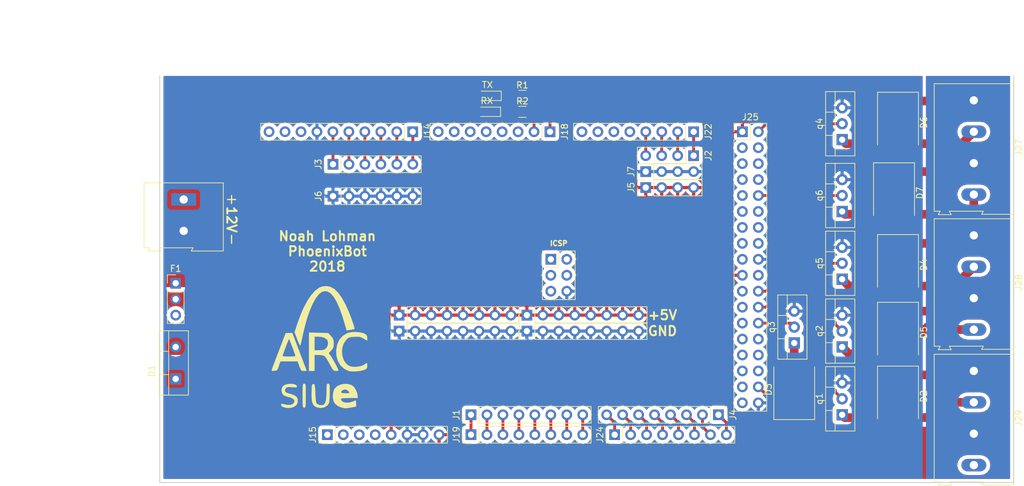
<source format=kicad_pcb>
(kicad_pcb (version 4) (host pcbnew 4.0.7)
  (layers (0 F.Cu signal) (31 B.Cu signal) (34 B.Paste user hide) (35 F.Paste user) (36 B.SilkS user) (37 F.SilkS user) (38 B.Mask user) (39 F.Mask user) (44 Edge.Cuts user))
  (net 0 "")
  (net 1 /Analog_1)
  (net 2 /Analog_2)
  (net 3 /Analog_3)
  (net 4 /Analog_4)
  (net 5 /Analog_5)
  (net 6 /Analog_6)
  (net 7 /Analog_7)
  (net 8 /Analog_8)
  (net 9 +5V)
  (net 10 GND)
  (net 11 "Net-(J15-Pad1)")
  (net 12 "Net-(J22-Pad5)")
  (net 13 "Net-(J22-Pad6)")
  (net 14 "Net-(J22-Pad7)")
  (net 15 "Net-(J22-Pad8)")
  (net 16 /MISO)
  (net 17 /Vcc)
  (net 18 /SCK)
  (net 19 /MOSI)
  (net 20 /Reset)
  (net 21 "Net-(J25-Pad3)")
  (net 22 "Net-(J25-Pad4)")
  (net 23 "Net-(J25-Pad5)")
  (net 24 "Net-(J25-Pad6)")
  (net 25 "Net-(J25-Pad7)")
  (net 26 "Net-(J25-Pad8)")
  (net 27 "Net-(J25-Pad9)")
  (net 28 "Net-(J25-Pad11)")
  (net 29 "Net-(J25-Pad12)")
  (net 30 "Net-(J25-Pad13)")
  (net 31 "Net-(J25-Pad14)")
  (net 32 "Net-(J25-Pad15)")
  (net 33 "Net-(J25-Pad16)")
  (net 34 "Net-(J25-Pad17)")
  (net 35 /Ctrl_1)
  (net 36 /Ctrl_2)
  (net 37 /Ctrl_3)
  (net 38 /Ctrl_4)
  (net 39 /Ctrl_5)
  (net 40 /Ctrl_6)
  (net 41 "Net-(J25-Pad27)")
  (net 42 "Net-(J25-Pad28)")
  (net 43 "Net-(J25-Pad29)")
  (net 44 "Net-(J25-Pad30)")
  (net 45 "Net-(J25-Pad31)")
  (net 46 "Net-(J25-Pad32)")
  (net 47 "Net-(J25-Pad33)")
  (net 48 "Net-(J25-Pad35)")
  (net 49 +12V)
  (net 50 /Drain_5)
  (net 51 /Drain_6)
  (net 52 /Drain_3)
  (net 53 /Drain_4)
  (net 54 /Drain_1)
  (net 55 /Drain_2)
  (net 56 /Encoder_1)
  (net 57 /Encoder_2)
  (net 58 /Encoder_3)
  (net 59 /Encoder_4)
  (net 60 /Servo_1)
  (net 61 /Servo_2)
  (net 62 /Servo_3)
  (net 63 /Servo_4)
  (net 64 /Servo_5)
  (net 65 /Servo_6)
  (net 66 /Analog_16)
  (net 67 /Analog_15)
  (net 68 /Analog_14)
  (net 69 /Analog_13)
  (net 70 /Analog_12)
  (net 71 /Analog_11)
  (net 72 /Analog_10)
  (net 73 /Analog_9)
  (net 74 /SCL)
  (net 75 /IOREF)
  (net 76 +3V3)
  (net 77 /TX)
  (net 78 /RX)
  (net 79 /SDA)
  (net 80 /AREF)
  (net 81 "Net-(D1-Pad2)")
  (net 82 "Net-(F1-Pad1)")
  (net 83 "Net-(D8-Pad1)")
  (net 84 "Net-(D9-Pad1)")
  (net 85 "Net-(J18-Pad3)")
  (net 86 "Net-(J18-Pad4)")
  (net 87 "Net-(J18-Pad5)")
  (net 88 "Net-(J18-Pad6)")
  (net 89 "Net-(J18-Pad7)")
  (net 90 "Net-(J18-Pad8)")
  (module Pin_Headers:Pin_Header_Straight_2x18_Pitch2.54mm (layer F.Cu) (at 204.47 71.12)
    (fp_text reference J25 (at 1.27 -2.33) (layer F.SilkS))
    (fp_text value Digital_Pins)
    (pad 1 thru_hole rect (at 0 0) (size 1.7 1.7) (drill 1) (layers *.Cu *.Mask) (net 9 +5V))
    (pad 2 thru_hole oval (at 2.54 0) (size 1.7 1.7) (drill 1) (layers *.Cu *.Mask) (net 39 /Ctrl_5))
    (pad 3 thru_hole oval (at 0 2.54) (size 1.7 1.7) (drill 1) (layers *.Cu *.Mask) (net 21 "Net-(J25-Pad3)"))
    (pad 4 thru_hole oval (at 2.54 2.54) (size 1.7 1.7) (drill 1) (layers *.Cu *.Mask) (net 22 "Net-(J25-Pad4)"))
    (pad 5 thru_hole oval (at 0 5.08) (size 1.7 1.7) (drill 1) (layers *.Cu *.Mask) (net 23 "Net-(J25-Pad5)"))
    (pad 6 thru_hole oval (at 2.54 5.08) (size 1.7 1.7) (drill 1) (layers *.Cu *.Mask) (net 24 "Net-(J25-Pad6)"))
    (pad 7 thru_hole oval (at 0 7.62) (size 1.7 1.7) (drill 1) (layers *.Cu *.Mask) (net 25 "Net-(J25-Pad7)"))
    (pad 8 thru_hole oval (at 2.54 7.62) (size 1.7 1.7) (drill 1) (layers *.Cu *.Mask) (net 26 "Net-(J25-Pad8)"))
    (pad 9 thru_hole oval (at 0 10.16) (size 1.7 1.7) (drill 1) (layers *.Cu *.Mask) (net 27 "Net-(J25-Pad9)"))
    (pad 10 thru_hole oval (at 2.54 10.16) (size 1.7 1.7) (drill 1) (layers *.Cu *.Mask) (net 40 /Ctrl_6))
    (pad 11 thru_hole oval (at 0 12.7) (size 1.7 1.7) (drill 1) (layers *.Cu *.Mask) (net 28 "Net-(J25-Pad11)"))
    (pad 12 thru_hole oval (at 2.54 12.7) (size 1.7 1.7) (drill 1) (layers *.Cu *.Mask) (net 29 "Net-(J25-Pad12)"))
    (pad 13 thru_hole oval (at 0 15.24) (size 1.7 1.7) (drill 1) (layers *.Cu *.Mask) (net 30 "Net-(J25-Pad13)"))
    (pad 14 thru_hole oval (at 2.54 15.24) (size 1.7 1.7) (drill 1) (layers *.Cu *.Mask) (net 31 "Net-(J25-Pad14)"))
    (pad 15 thru_hole oval (at 0 17.78) (size 1.7 1.7) (drill 1) (layers *.Cu *.Mask) (net 32 "Net-(J25-Pad15)"))
    (pad 16 thru_hole oval (at 2.54 17.78) (size 1.7 1.7) (drill 1) (layers *.Cu *.Mask) (net 33 "Net-(J25-Pad16)"))
    (pad 17 thru_hole oval (at 0 20.32) (size 1.7 1.7) (drill 1) (layers *.Cu *.Mask) (net 34 "Net-(J25-Pad17)"))
    (pad 18 thru_hole oval (at 2.54 20.32) (size 1.7 1.7) (drill 1) (layers *.Cu *.Mask) (net 10 GND))
    (pad 19 thru_hole oval (at 0 22.86) (size 1.7 1.7) (drill 1) (layers *.Cu *.Mask) (net 9 +5V))
    (pad 20 thru_hole oval (at 2.54 22.86) (size 1.7 1.7) (drill 1) (layers *.Cu *.Mask))
    (pad 21 thru_hole oval (at 0 25.4) (size 1.7 1.7) (drill 1) (layers *.Cu *.Mask))
    (pad 22 thru_hole oval (at 2.54 25.4) (size 1.7 1.7) (drill 1) (layers *.Cu *.Mask) (net 37 /Ctrl_3))
    (pad 23 thru_hole oval (at 0 27.94) (size 1.7 1.7) (drill 1) (layers *.Cu *.Mask))
    (pad 24 thru_hole oval (at 2.54 27.94) (size 1.7 1.7) (drill 1) (layers *.Cu *.Mask) (net 38 /Ctrl_4))
    (pad 25 thru_hole oval (at 0 30.48) (size 1.7 1.7) (drill 1) (layers *.Cu *.Mask))
    (pad 26 thru_hole oval (at 2.54 30.48) (size 1.7 1.7) (drill 1) (layers *.Cu *.Mask) (net 36 /Ctrl_2))
    (pad 27 thru_hole oval (at 0 33.02) (size 1.7 1.7) (drill 1) (layers *.Cu *.Mask) (net 41 "Net-(J25-Pad27)"))
    (pad 28 thru_hole oval (at 2.54 33.02) (size 1.7 1.7) (drill 1) (layers *.Cu *.Mask) (net 42 "Net-(J25-Pad28)"))
    (pad 29 thru_hole oval (at 0 35.56) (size 1.7 1.7) (drill 1) (layers *.Cu *.Mask) (net 43 "Net-(J25-Pad29)"))
    (pad 30 thru_hole oval (at 2.54 35.56) (size 1.7 1.7) (drill 1) (layers *.Cu *.Mask) (net 44 "Net-(J25-Pad30)"))
    (pad 31 thru_hole oval (at 0 38.1) (size 1.7 1.7) (drill 1) (layers *.Cu *.Mask) (net 45 "Net-(J25-Pad31)"))
    (pad 32 thru_hole oval (at 2.54 38.1) (size 1.7 1.7) (drill 1) (layers *.Cu *.Mask) (net 46 "Net-(J25-Pad32)"))
    (pad 33 thru_hole oval (at 0 40.64) (size 1.7 1.7) (drill 1) (layers *.Cu *.Mask) (net 47 "Net-(J25-Pad33)"))
    (pad 34 thru_hole oval (at 2.54 40.64) (size 1.7 1.7) (drill 1) (layers *.Cu *.Mask) (net 35 /Ctrl_1))
    (pad 35 thru_hole oval (at 0 43.18) (size 1.7 1.7) (drill 1) (layers *.Cu *.Mask) (net 48 "Net-(J25-Pad35)"))
    (pad 36 thru_hole oval (at 2.54 43.18) (size 1.7 1.7) (drill 1) (layers *.Cu *.Mask) (net 10 GND))
  )
  (module Pin_Headers:Pin_Header_Straight_1x04_Pitch2.54mm (layer F.Cu) (at 196.715 74.93 270)
    (fp_text reference J2 (at 0 -2.33 270) (layer F.SilkS))
    (fp_text value Encoder_Signal)
    (pad 1 thru_hole rect (at 0 0 270) (size 1.7 1.7) (drill 1) (layers *.Cu *.Mask) (net 56 /Encoder_1))
    (pad 2 thru_hole oval (at 0 2.54 270) (size 1.7 1.7) (drill 1) (layers *.Cu *.Mask) (net 57 /Encoder_2))
    (pad 3 thru_hole oval (at 0 5.08 270) (size 1.7 1.7) (drill 1) (layers *.Cu *.Mask) (net 58 /Encoder_3))
    (pad 4 thru_hole oval (at 0 7.62 270) (size 1.7 1.7) (drill 1) (layers *.Cu *.Mask) (net 59 /Encoder_4))
  )
  (module Pin_Headers:Pin_Header_Straight_1x08_Pitch2.54mm (layer F.Cu) (at 196.723 71.12 270)
    (fp_text reference J22 (at 0 -2.33 270) (layer F.SilkS))
    (fp_text value Serial)
    (pad 1 thru_hole rect (at 0 0 270) (size 1.7 1.7) (drill 1) (layers *.Cu *.Mask) (net 56 /Encoder_1))
    (pad 2 thru_hole oval (at 0 2.54 270) (size 1.7 1.7) (drill 1) (layers *.Cu *.Mask) (net 57 /Encoder_2))
    (pad 3 thru_hole oval (at 0 5.08 270) (size 1.7 1.7) (drill 1) (layers *.Cu *.Mask) (net 58 /Encoder_3))
    (pad 4 thru_hole oval (at 0 7.62 270) (size 1.7 1.7) (drill 1) (layers *.Cu *.Mask) (net 59 /Encoder_4))
    (pad 5 thru_hole oval (at 0 10.16 270) (size 1.7 1.7) (drill 1) (layers *.Cu *.Mask) (net 12 "Net-(J22-Pad5)"))
    (pad 6 thru_hole oval (at 0 12.7 270) (size 1.7 1.7) (drill 1) (layers *.Cu *.Mask) (net 13 "Net-(J22-Pad6)"))
    (pad 7 thru_hole oval (at 0 15.24 270) (size 1.7 1.7) (drill 1) (layers *.Cu *.Mask) (net 14 "Net-(J22-Pad7)"))
    (pad 8 thru_hole oval (at 0 17.78 270) (size 1.7 1.7) (drill 1) (layers *.Cu *.Mask) (net 15 "Net-(J22-Pad8)"))
  )
  (module Pin_Headers:Pin_Header_Straight_1x08_Pitch2.54mm (layer F.Cu) (at 200.66 116.205 270)
    (fp_text reference J4 (at 0 -2.33 270) (layer F.SilkS))
    (fp_text value Analog_signal_female)
    (pad 1 thru_hole rect (at 0 0 270) (size 1.7 1.7) (drill 1) (layers *.Cu *.Mask) (net 66 /Analog_16))
    (pad 2 thru_hole oval (at 0 2.54 270) (size 1.7 1.7) (drill 1) (layers *.Cu *.Mask) (net 67 /Analog_15))
    (pad 3 thru_hole oval (at 0 5.08 270) (size 1.7 1.7) (drill 1) (layers *.Cu *.Mask) (net 68 /Analog_14))
    (pad 4 thru_hole oval (at 0 7.62 270) (size 1.7 1.7) (drill 1) (layers *.Cu *.Mask) (net 69 /Analog_13))
    (pad 5 thru_hole oval (at 0 10.16 270) (size 1.7 1.7) (drill 1) (layers *.Cu *.Mask) (net 70 /Analog_12))
    (pad 6 thru_hole oval (at 0 12.7 270) (size 1.7 1.7) (drill 1) (layers *.Cu *.Mask) (net 71 /Analog_11))
    (pad 7 thru_hole oval (at 0 15.24 270) (size 1.7 1.7) (drill 1) (layers *.Cu *.Mask) (net 72 /Analog_10))
    (pad 8 thru_hole oval (at 0 17.78 270) (size 1.7 1.7) (drill 1) (layers *.Cu *.Mask) (net 73 /Analog_9))
  )
  (module Diodes_SMD:D_SMC (layer F.Cu) (at 229.235 69.625 270)
    (fp_text reference D6 (at 0 -4.1 270) (layer F.SilkS))
    (fp_text value D_Schottky)
    (pad 1 smd rect (at -3.4 0) (size 3.3 2.5) (layers F.Cu F.Paste F.Mask) (net 49 +12V))
    (pad 2 smd rect (at 3.4 0) (size 3.3 2.5) (layers F.Cu F.Paste F.Mask) (net 50 /Drain_5))
  )
  (module Pin_Headers:Pin_Header_Straight_1x08_Pitch2.54mm (layer F.Cu) (at 170.18 102.87 90)
    (fp_text reference J21 hide)
    (fp_text value "1x8 Female")
    (pad 1 thru_hole rect (at 0 0 90) (size 1.7 1.7) (drill 1) (layers *.Cu *.Mask) (net 10 GND))
    (pad 2 thru_hole oval (at 0 2.54 90) (size 1.7 1.7) (drill 1) (layers *.Cu *.Mask) (net 10 GND))
    (pad 3 thru_hole oval (at 0 5.08 90) (size 1.7 1.7) (drill 1) (layers *.Cu *.Mask) (net 10 GND))
    (pad 4 thru_hole oval (at 0 7.62 90) (size 1.7 1.7) (drill 1) (layers *.Cu *.Mask) (net 10 GND))
    (pad 5 thru_hole oval (at 0 10.16 90) (size 1.7 1.7) (drill 1) (layers *.Cu *.Mask) (net 10 GND))
    (pad 6 thru_hole oval (at 0 12.7 90) (size 1.7 1.7) (drill 1) (layers *.Cu *.Mask) (net 10 GND))
    (pad 7 thru_hole oval (at 0 15.24 90) (size 1.7 1.7) (drill 1) (layers *.Cu *.Mask) (net 10 GND))
    (pad 8 thru_hole oval (at 0 17.78 90) (size 1.7 1.7) (drill 1) (layers *.Cu *.Mask) (net 10 GND))
  )
  (module Pin_Headers:Pin_Header_Straight_1x06_Pitch2.54mm (layer F.Cu) (at 139.33 76.3 90)
    (fp_text reference J3 (at 0 -2.33 90) (layer F.SilkS))
    (fp_text value Servo_signal)
    (pad 1 thru_hole rect (at 0 0 90) (size 1.7 1.7) (drill 1) (layers *.Cu *.Mask) (net 60 /Servo_1))
    (pad 2 thru_hole oval (at 0 2.54 90) (size 1.7 1.7) (drill 1) (layers *.Cu *.Mask) (net 61 /Servo_2))
    (pad 3 thru_hole oval (at 0 5.08 90) (size 1.7 1.7) (drill 1) (layers *.Cu *.Mask) (net 62 /Servo_3))
    (pad 4 thru_hole oval (at 0 7.62 90) (size 1.7 1.7) (drill 1) (layers *.Cu *.Mask) (net 63 /Servo_4))
    (pad 5 thru_hole oval (at 0 10.16 90) (size 1.7 1.7) (drill 1) (layers *.Cu *.Mask) (net 64 /Servo_5))
    (pad 6 thru_hole oval (at 0 12.7 90) (size 1.7 1.7) (drill 1) (layers *.Cu *.Mask) (net 65 /Servo_6))
  )
  (module Pin_Headers:Pin_Header_Straight_1x06_Pitch2.54mm (layer F.Cu) (at 139.33 81.38 90)
    (fp_text reference J6 (at 0 -2.33 90) (layer F.SilkS))
    (fp_text value Servo_ground)
    (pad 1 thru_hole rect (at 0 0 90) (size 1.7 1.7) (drill 1) (layers *.Cu *.Mask) (net 10 GND))
    (pad 2 thru_hole oval (at 0 2.54 90) (size 1.7 1.7) (drill 1) (layers *.Cu *.Mask) (net 10 GND))
    (pad 3 thru_hole oval (at 0 5.08 90) (size 1.7 1.7) (drill 1) (layers *.Cu *.Mask) (net 10 GND))
    (pad 4 thru_hole oval (at 0 7.62 90) (size 1.7 1.7) (drill 1) (layers *.Cu *.Mask) (net 10 GND))
    (pad 5 thru_hole oval (at 0 10.16 90) (size 1.7 1.7) (drill 1) (layers *.Cu *.Mask) (net 10 GND))
    (pad 6 thru_hole oval (at 0 12.7 90) (size 1.7 1.7) (drill 1) (layers *.Cu *.Mask) (net 10 GND))
  )
  (module Pin_Headers:Pin_Header_Straight_1x08_Pitch2.54mm (layer F.Cu) (at 138.43 119.38 90)
    (fp_text reference J15 (at 0 -2.33 90) (layer F.SilkS))
    (fp_text value "On Board Supply")
    (pad 1 thru_hole rect (at 0 0 90) (size 1.7 1.7) (drill 1) (layers *.Cu *.Mask) (net 11 "Net-(J15-Pad1)"))
    (pad 2 thru_hole oval (at 0 2.54 90) (size 1.7 1.7) (drill 1) (layers *.Cu *.Mask) (net 75 /IOREF))
    (pad 3 thru_hole oval (at 0 5.08 90) (size 1.7 1.7) (drill 1) (layers *.Cu *.Mask) (net 20 /Reset))
    (pad 4 thru_hole oval (at 0 7.62 90) (size 1.7 1.7) (drill 1) (layers *.Cu *.Mask) (net 76 +3V3))
    (pad 5 thru_hole oval (at 0 10.16 90) (size 1.7 1.7) (drill 1) (layers *.Cu *.Mask) (net 9 +5V))
    (pad 6 thru_hole oval (at 0 12.7 90) (size 1.7 1.7) (drill 1) (layers *.Cu *.Mask) (net 10 GND))
    (pad 7 thru_hole oval (at 0 15.24 90) (size 1.7 1.7) (drill 1) (layers *.Cu *.Mask) (net 10 GND))
    (pad 8 thru_hole oval (at 0 17.78 90) (size 1.7 1.7) (drill 1) (layers *.Cu *.Mask) (net 49 +12V))
  )
  (module Pin_Headers:Pin_Header_Straight_1x08_Pitch2.54mm (layer F.Cu) (at 149.86 102.87 90)
    (fp_text reference J16 hide)
    (fp_text value "1x8 Male")
    (pad 1 thru_hole rect (at 0 0 90) (size 1.7 1.7) (drill 1) (layers *.Cu *.Mask) (net 10 GND))
    (pad 2 thru_hole oval (at 0 2.54 90) (size 1.7 1.7) (drill 1) (layers *.Cu *.Mask) (net 10 GND))
    (pad 3 thru_hole oval (at 0 5.08 90) (size 1.7 1.7) (drill 1) (layers *.Cu *.Mask) (net 10 GND))
    (pad 4 thru_hole oval (at 0 7.62 90) (size 1.7 1.7) (drill 1) (layers *.Cu *.Mask) (net 10 GND))
    (pad 5 thru_hole oval (at 0 10.16 90) (size 1.7 1.7) (drill 1) (layers *.Cu *.Mask) (net 10 GND))
    (pad 6 thru_hole oval (at 0 12.7 90) (size 1.7 1.7) (drill 1) (layers *.Cu *.Mask) (net 10 GND))
    (pad 7 thru_hole oval (at 0 15.24 90) (size 1.7 1.7) (drill 1) (layers *.Cu *.Mask) (net 10 GND))
    (pad 8 thru_hole oval (at 0 17.78 90) (size 1.7 1.7) (drill 1) (layers *.Cu *.Mask) (net 10 GND))
  )
  (module Pin_Headers:Pin_Header_Straight_1x08_Pitch2.54mm (layer F.Cu) (at 149.86 100.33 90)
    (fp_text reference J17 hide)
    (fp_text value "1x8 Male")
    (pad 1 thru_hole rect (at 0 0 90) (size 1.7 1.7) (drill 1) (layers *.Cu *.Mask) (net 9 +5V))
    (pad 2 thru_hole oval (at 0 2.54 90) (size 1.7 1.7) (drill 1) (layers *.Cu *.Mask) (net 9 +5V))
    (pad 3 thru_hole oval (at 0 5.08 90) (size 1.7 1.7) (drill 1) (layers *.Cu *.Mask) (net 9 +5V))
    (pad 4 thru_hole oval (at 0 7.62 90) (size 1.7 1.7) (drill 1) (layers *.Cu *.Mask) (net 9 +5V))
    (pad 5 thru_hole oval (at 0 10.16 90) (size 1.7 1.7) (drill 1) (layers *.Cu *.Mask) (net 9 +5V))
    (pad 6 thru_hole oval (at 0 12.7 90) (size 1.7 1.7) (drill 1) (layers *.Cu *.Mask) (net 9 +5V))
    (pad 7 thru_hole oval (at 0 15.24 90) (size 1.7 1.7) (drill 1) (layers *.Cu *.Mask) (net 9 +5V))
    (pad 8 thru_hole oval (at 0 17.78 90) (size 1.7 1.7) (drill 1) (layers *.Cu *.Mask) (net 9 +5V))
  )
  (module Pin_Headers:Pin_Header_Straight_1x08_Pitch2.54mm (layer F.Cu) (at 173.863 71.12 270)
    (fp_text reference J18 (at 0 -2.33 270) (layer F.SilkS))
    (fp_text value "PWM_(6-1)")
    (pad 1 thru_hole rect (at 0 0 270) (size 1.7 1.7) (drill 1) (layers *.Cu *.Mask) (net 77 /TX))
    (pad 2 thru_hole oval (at 0 2.54 270) (size 1.7 1.7) (drill 1) (layers *.Cu *.Mask) (net 78 /RX))
    (pad 3 thru_hole oval (at 0 5.08 270) (size 1.7 1.7) (drill 1) (layers *.Cu *.Mask) (net 85 "Net-(J18-Pad3)"))
    (pad 4 thru_hole oval (at 0 7.62 270) (size 1.7 1.7) (drill 1) (layers *.Cu *.Mask) (net 86 "Net-(J18-Pad4)"))
    (pad 5 thru_hole oval (at 0 10.16 270) (size 1.7 1.7) (drill 1) (layers *.Cu *.Mask) (net 87 "Net-(J18-Pad5)"))
    (pad 6 thru_hole oval (at 0 12.7 270) (size 1.7 1.7) (drill 1) (layers *.Cu *.Mask) (net 88 "Net-(J18-Pad6)"))
    (pad 7 thru_hole oval (at 0 15.24 270) (size 1.7 1.7) (drill 1) (layers *.Cu *.Mask) (net 89 "Net-(J18-Pad7)"))
    (pad 8 thru_hole oval (at 0 17.78 270) (size 1.7 1.7) (drill 1) (layers *.Cu *.Mask) (net 90 "Net-(J18-Pad8)"))
  )
  (module Pin_Headers:Pin_Header_Straight_1x08_Pitch2.54mm (layer F.Cu) (at 161.29 119.38 90)
    (fp_text reference J19 (at 0 -2.33 90) (layer F.SilkS))
    (fp_text value Analog_Pin_1)
    (pad 1 thru_hole rect (at 0 0 90) (size 1.7 1.7) (drill 1) (layers *.Cu *.Mask) (net 1 /Analog_1))
    (pad 2 thru_hole oval (at 0 2.54 90) (size 1.7 1.7) (drill 1) (layers *.Cu *.Mask) (net 2 /Analog_2))
    (pad 3 thru_hole oval (at 0 5.08 90) (size 1.7 1.7) (drill 1) (layers *.Cu *.Mask) (net 3 /Analog_3))
    (pad 4 thru_hole oval (at 0 7.62 90) (size 1.7 1.7) (drill 1) (layers *.Cu *.Mask) (net 4 /Analog_4))
    (pad 5 thru_hole oval (at 0 10.16 90) (size 1.7 1.7) (drill 1) (layers *.Cu *.Mask) (net 5 /Analog_5))
    (pad 6 thru_hole oval (at 0 12.7 90) (size 1.7 1.7) (drill 1) (layers *.Cu *.Mask) (net 6 /Analog_6))
    (pad 7 thru_hole oval (at 0 15.24 90) (size 1.7 1.7) (drill 1) (layers *.Cu *.Mask) (net 7 /Analog_7))
    (pad 8 thru_hole oval (at 0 17.78 90) (size 1.7 1.7) (drill 1) (layers *.Cu *.Mask) (net 8 /Analog_8))
  )
  (module Pin_Headers:Pin_Header_Straight_1x08_Pitch2.54mm (layer F.Cu) (at 170.18 100.33 90)
    (fp_text reference J20 hide)
    (fp_text value "1x8 Female")
    (pad 1 thru_hole rect (at 0 0 90) (size 1.7 1.7) (drill 1) (layers *.Cu *.Mask) (net 9 +5V))
    (pad 2 thru_hole oval (at 0 2.54 90) (size 1.7 1.7) (drill 1) (layers *.Cu *.Mask) (net 9 +5V))
    (pad 3 thru_hole oval (at 0 5.08 90) (size 1.7 1.7) (drill 1) (layers *.Cu *.Mask) (net 9 +5V))
    (pad 4 thru_hole oval (at 0 7.62 90) (size 1.7 1.7) (drill 1) (layers *.Cu *.Mask) (net 9 +5V))
    (pad 5 thru_hole oval (at 0 10.16 90) (size 1.7 1.7) (drill 1) (layers *.Cu *.Mask) (net 9 +5V))
    (pad 6 thru_hole oval (at 0 12.7 90) (size 1.7 1.7) (drill 1) (layers *.Cu *.Mask) (net 9 +5V))
    (pad 7 thru_hole oval (at 0 15.24 90) (size 1.7 1.7) (drill 1) (layers *.Cu *.Mask) (net 9 +5V))
    (pad 8 thru_hole oval (at 0 17.78 90) (size 1.7 1.7) (drill 1) (layers *.Cu *.Mask) (net 9 +5V))
  )
  (module Pin_Headers:Pin_Header_Straight_2x03_Pitch2.54mm (layer F.Cu) (at 173.99 91.44)
    (fp_text reference J23 hide)
    (fp_text value ICSP)
    (pad 1 thru_hole rect (at 0 0) (size 1.7 1.7) (drill 1) (layers *.Cu *.Mask) (net 16 /MISO))
    (pad 2 thru_hole oval (at 2.54 0) (size 1.7 1.7) (drill 1) (layers *.Cu *.Mask) (net 17 /Vcc))
    (pad 3 thru_hole oval (at 0 2.54) (size 1.7 1.7) (drill 1) (layers *.Cu *.Mask) (net 18 /SCK))
    (pad 4 thru_hole oval (at 2.54 2.54) (size 1.7 1.7) (drill 1) (layers *.Cu *.Mask) (net 19 /MOSI))
    (pad 5 thru_hole oval (at 0 5.08) (size 1.7 1.7) (drill 1) (layers *.Cu *.Mask) (net 20 /Reset))
    (pad 6 thru_hole oval (at 2.54 5.08) (size 1.7 1.7) (drill 1) (layers *.Cu *.Mask) (net 10 GND))
  )
  (module Pin_Headers:Pin_Header_Straight_1x08_Pitch2.54mm (layer F.Cu) (at 184.15 119.38 90)
    (fp_text reference J24 (at 0 -2.33 90) (layer F.SilkS))
    (fp_text value Analog_Pin_2)
    (pad 1 thru_hole rect (at 0 0 90) (size 1.7 1.7) (drill 1) (layers *.Cu *.Mask) (net 73 /Analog_9))
    (pad 2 thru_hole oval (at 0 2.54 90) (size 1.7 1.7) (drill 1) (layers *.Cu *.Mask) (net 72 /Analog_10))
    (pad 3 thru_hole oval (at 0 5.08 90) (size 1.7 1.7) (drill 1) (layers *.Cu *.Mask) (net 71 /Analog_11))
    (pad 4 thru_hole oval (at 0 7.62 90) (size 1.7 1.7) (drill 1) (layers *.Cu *.Mask) (net 70 /Analog_12))
    (pad 5 thru_hole oval (at 0 10.16 90) (size 1.7 1.7) (drill 1) (layers *.Cu *.Mask) (net 69 /Analog_13))
    (pad 6 thru_hole oval (at 0 12.7 90) (size 1.7 1.7) (drill 1) (layers *.Cu *.Mask) (net 68 /Analog_14))
    (pad 7 thru_hole oval (at 0 15.24 90) (size 1.7 1.7) (drill 1) (layers *.Cu *.Mask) (net 67 /Analog_15))
    (pad 8 thru_hole oval (at 0 17.78 90) (size 1.7 1.7) (drill 1) (layers *.Cu *.Mask) (net 66 /Analog_16))
  )
  (module Connectors_Terminal_Blocks:TerminalBlock_Altech_AK300-4_P5.00mm (layer F.Cu) (at 241.3 66.12 270)
    (fp_text reference J27 (at 7.5 -7.15 270) (layer F.SilkS))
    (fp_text value Solenoid_terminal)
    (pad 1 thru_hole rect (at 0 0 270) (size 1.98 3.96) (drill 1.32) (layers *.Cu *.Mask) (net 49 +12V))
    (pad 2 thru_hole oval (at 5 0 270) (size 1.98 3.96) (drill 1.32) (layers *.Cu *.Mask) (net 50 /Drain_5))
    (pad 4 thru_hole oval (at 15 0 270) (size 1.98 3.96) (drill 1.32) (layers *.Cu *.Mask) (net 51 /Drain_6))
    (pad 3 thru_hole oval (at 10 0 270) (size 1.98 3.96) (drill 1.32) (layers *.Cu *.Mask) (net 49 +12V))
  )
  (module Connectors_Terminal_Blocks:TerminalBlock_Altech_AK300-4_P5.00mm (layer F.Cu) (at 241.3 87.63 270)
    (fp_text reference J28 (at 7.5 -7.15 270) (layer F.SilkS))
    (fp_text value Solendoid_middle_terminal)
    (pad 1 thru_hole rect (at 0 0 270) (size 1.98 3.96) (drill 1.32) (layers *.Cu *.Mask) (net 49 +12V))
    (pad 2 thru_hole oval (at 5 0 270) (size 1.98 3.96) (drill 1.32) (layers *.Cu *.Mask) (net 52 /Drain_3))
    (pad 4 thru_hole oval (at 15 0 270) (size 1.98 3.96) (drill 1.32) (layers *.Cu *.Mask) (net 53 /Drain_4))
    (pad 3 thru_hole oval (at 10 0 270) (size 1.98 3.96) (drill 1.32) (layers *.Cu *.Mask) (net 49 +12V))
  )
  (module Connectors_Terminal_Blocks:TerminalBlock_Altech_AK300-4_P5.00mm (layer F.Cu) (at 241.3 109.22 270)
    (fp_text reference J29 (at 7.5 -7.15 270) (layer F.SilkS))
    (fp_text value bottom_solenoid_terminal)
    (pad 1 thru_hole rect (at 0 0 270) (size 1.98 3.96) (drill 1.32) (layers *.Cu *.Mask) (net 49 +12V))
    (pad 2 thru_hole oval (at 5 0 270) (size 1.98 3.96) (drill 1.32) (layers *.Cu *.Mask) (net 54 /Drain_1))
    (pad 4 thru_hole oval (at 15 0 270) (size 1.98 3.96) (drill 1.32) (layers *.Cu *.Mask) (net 55 /Drain_2))
    (pad 3 thru_hole oval (at 10 0 270) (size 1.98 3.96) (drill 1.32) (layers *.Cu *.Mask) (net 49 +12V))
  )
  (module TO_SOT_Packages_THT:TO-220-3_Vertical (layer F.Cu) (at 220.345 116.205 90)
    (fp_text reference q1 (at 2.54 -3.62 90) (layer F.SilkS))
    (fp_text value solenoid_1)
    (pad 1 thru_hole rect (at 0 0 90) (size 1.8 1.8) (drill 1) (layers *.Cu *.Mask) (net 54 /Drain_1))
    (pad 2 thru_hole oval (at 2.54 0 90) (size 1.8 1.8) (drill 1) (layers *.Cu *.Mask) (net 35 /Ctrl_1))
    (pad 3 thru_hole oval (at 5.08 0 90) (size 1.8 1.8) (drill 1) (layers *.Cu *.Mask) (net 10 GND))
  )
  (module TO_SOT_Packages_THT:TO-220-3_Vertical (layer F.Cu) (at 220.345 105.41 90)
    (fp_text reference q2 (at 2.54 -3.62 90) (layer F.SilkS))
    (fp_text value solenoid_4)
    (pad 1 thru_hole rect (at 0 0 90) (size 1.8 1.8) (drill 1) (layers *.Cu *.Mask) (net 53 /Drain_4))
    (pad 2 thru_hole oval (at 2.54 0 90) (size 1.8 1.8) (drill 1) (layers *.Cu *.Mask) (net 38 /Ctrl_4))
    (pad 3 thru_hole oval (at 5.08 0 90) (size 1.8 1.8) (drill 1) (layers *.Cu *.Mask) (net 10 GND))
  )
  (module TO_SOT_Packages_THT:TO-220-3_Vertical (layer F.Cu) (at 212.725 104.775 90)
    (fp_text reference q3 (at 2.54 -3.62 90) (layer F.SilkS))
    (fp_text value solenoid_3)
    (pad 1 thru_hole rect (at 0 0 90) (size 1.8 1.8) (drill 1) (layers *.Cu *.Mask) (net 55 /Drain_2))
    (pad 2 thru_hole oval (at 2.54 0 90) (size 1.8 1.8) (drill 1) (layers *.Cu *.Mask) (net 36 /Ctrl_2))
    (pad 3 thru_hole oval (at 5.08 0 90) (size 1.8 1.8) (drill 1) (layers *.Cu *.Mask) (net 10 GND))
  )
  (module TO_SOT_Packages_THT:TO-220-3_Vertical (layer F.Cu) (at 220.345 72.39 90)
    (fp_text reference q4 (at 2.54 -3.62 90) (layer F.SilkS))
    (fp_text value solenoid_5)
    (pad 1 thru_hole rect (at 0 0 90) (size 1.8 1.8) (drill 1) (layers *.Cu *.Mask) (net 50 /Drain_5))
    (pad 2 thru_hole oval (at 2.54 0 90) (size 1.8 1.8) (drill 1) (layers *.Cu *.Mask) (net 39 /Ctrl_5))
    (pad 3 thru_hole oval (at 5.08 0 90) (size 1.8 1.8) (drill 1) (layers *.Cu *.Mask) (net 10 GND))
  )
  (module TO_SOT_Packages_THT:TO-220-3_Vertical (layer F.Cu) (at 220.345 94.615 90)
    (fp_text reference q5 (at 2.54 -3.62 90) (layer F.SilkS))
    (fp_text value solenoid_3)
    (pad 1 thru_hole rect (at 0 0 90) (size 1.8 1.8) (drill 1) (layers *.Cu *.Mask) (net 52 /Drain_3))
    (pad 2 thru_hole oval (at 2.54 0 90) (size 1.8 1.8) (drill 1) (layers *.Cu *.Mask) (net 37 /Ctrl_3))
    (pad 3 thru_hole oval (at 5.08 0 90) (size 1.8 1.8) (drill 1) (layers *.Cu *.Mask) (net 10 GND))
  )
  (module TO_SOT_Packages_THT:TO-220-3_Vertical (layer F.Cu) (at 220.345 83.82 90)
    (fp_text reference q6 (at 2.54 -3.62 90) (layer F.SilkS))
    (fp_text value solenoid_6)
    (pad 1 thru_hole rect (at 0 0 90) (size 1.8 1.8) (drill 1) (layers *.Cu *.Mask) (net 51 /Drain_6))
    (pad 2 thru_hole oval (at 2.54 0 90) (size 1.8 1.8) (drill 1) (layers *.Cu *.Mask) (net 40 /Ctrl_6))
    (pad 3 thru_hole oval (at 5.08 0 90) (size 1.8 1.8) (drill 1) (layers *.Cu *.Mask) (net 10 GND))
  )
  (module Pin_Headers:Pin_Header_Straight_1x10_Pitch2.54mm (layer F.Cu) (at 152.019 71.12 270)
    (fp_text reference J14 (at 0 -2.33 270) (layer F.SilkS))
    (fp_text value "PWN(10-5)")
    (pad 1 thru_hole rect (at 0 0 270) (size 1.7 1.7) (drill 1) (layers *.Cu *.Mask) (net 65 /Servo_6))
    (pad 2 thru_hole oval (at 0 2.54 270) (size 1.7 1.7) (drill 1) (layers *.Cu *.Mask) (net 64 /Servo_5))
    (pad 3 thru_hole oval (at 0 5.08 270) (size 1.7 1.7) (drill 1) (layers *.Cu *.Mask) (net 63 /Servo_4))
    (pad 4 thru_hole oval (at 0 7.62 270) (size 1.7 1.7) (drill 1) (layers *.Cu *.Mask) (net 62 /Servo_3))
    (pad 5 thru_hole oval (at 0 10.16 270) (size 1.7 1.7) (drill 1) (layers *.Cu *.Mask) (net 61 /Servo_2))
    (pad 6 thru_hole oval (at 0 12.7 270) (size 1.7 1.7) (drill 1) (layers *.Cu *.Mask) (net 60 /Servo_1))
    (pad 7 thru_hole oval (at 0 15.24 270) (size 1.7 1.7) (drill 1) (layers *.Cu *.Mask) (net 10 GND))
    (pad 8 thru_hole oval (at 0 17.78 270) (size 1.7 1.7) (drill 1) (layers *.Cu *.Mask) (net 74 /SCL))
    (pad 9 thru_hole oval (at 0 20.32 270) (size 1.7 1.7) (drill 1) (layers *.Cu *.Mask) (net 79 /SDA))
    (pad 10 thru_hole oval (at 0 22.86 270) (size 1.7 1.7) (drill 1) (layers *.Cu *.Mask) (net 80 /AREF))
  )
  (module TO_SOT_Packages_THT:TO-220-2_Vertical (layer F.Cu) (at 114.3 110.49 90)
    (fp_text reference D1 (at 1.27 -3.81 90) (layer F.SilkS))
    (fp_text value D_Schottky)
    (pad 1 thru_hole rect (at 0 0 90) (size 1.8 1.8) (drill 1) (layers *.Cu *.Mask) (net 49 +12V))
    (pad 2 thru_hole oval (at 5.08 0 90) (size 1.8 1.8) (drill 1) (layers *.Cu *.Mask) (net 81 "Net-(D1-Pad2)"))
  )
  (module Diodes_SMD:D_SMC (layer F.Cu) (at 229.235 113.255 270)
    (fp_text reference D2 (at 0 -4.1 270) (layer F.SilkS))
    (fp_text value D_Schottky)
    (pad 1 smd rect (at -3.4 0) (size 3.3 2.5) (layers F.Cu F.Paste F.Mask) (net 49 +12V))
    (pad 2 smd rect (at 3.4 0) (size 3.3 2.5) (layers F.Cu F.Paste F.Mask) (net 54 /Drain_1))
  )
  (module Diodes_SMD:D_SMC (layer F.Cu) (at 212.725 112.17 90)
    (fp_text reference D3 (at 0 -4.1 90) (layer F.SilkS))
    (fp_text value D_Schottky)
    (pad 1 smd rect (at -3.4 0 180) (size 3.3 2.5) (layers F.Cu F.Paste F.Mask) (net 49 +12V))
    (pad 2 smd rect (at 3.4 0 180) (size 3.3 2.5) (layers F.Cu F.Paste F.Mask) (net 55 /Drain_2))
  )
  (module Diodes_SMD:D_SMC (layer F.Cu) (at 229.235 92.3 270)
    (fp_text reference D4 (at 0 -4.1 270) (layer F.SilkS))
    (fp_text value D_Schottky)
    (pad 1 smd rect (at -3.4 0) (size 3.3 2.5) (layers F.Cu F.Paste F.Mask) (net 49 +12V))
    (pad 2 smd rect (at 3.4 0) (size 3.3 2.5) (layers F.Cu F.Paste F.Mask) (net 52 /Drain_3))
  )
  (module Diodes_SMD:D_SMC (layer F.Cu) (at 229.235 103.095 270)
    (fp_text reference D5 (at 0 -4.1 270) (layer F.SilkS))
    (fp_text value D_Schottky)
    (pad 1 smd rect (at -3.4 0) (size 3.3 2.5) (layers F.Cu F.Paste F.Mask) (net 49 +12V))
    (pad 2 smd rect (at 3.4 0) (size 3.3 2.5) (layers F.Cu F.Paste F.Mask) (net 53 /Drain_4))
  )
  (module Diodes_SMD:D_SMC (layer F.Cu) (at 228.6 80.87 270)
    (fp_text reference D7 (at 0 -4.1 270) (layer F.SilkS))
    (fp_text value D_Schottky)
    (pad 1 smd rect (at -3.4 0) (size 3.3 2.5) (layers F.Cu F.Paste F.Mask) (net 49 +12V))
    (pad 2 smd rect (at 3.4 0) (size 3.3 2.5) (layers F.Cu F.Paste F.Mask) (net 51 /Drain_6))
  )
  (module Pin_Headers:Pin_Header_Straight_1x03_Pitch2.54mm (layer F.Cu) (at 114.3 95.25)
    (fp_text reference F1 (at 0 -2.33) (layer F.SilkS))
    (fp_text value Fuse)
    (pad 1 thru_hole rect (at 0 0) (size 1.7 1.7) (drill 1) (layers *.Cu *.Mask) (net 82 "Net-(F1-Pad1)"))
    (pad 2 thru_hole oval (at 0 2.54) (size 1.7 1.7) (drill 1) (layers *.Cu *.Mask) (net 81 "Net-(D1-Pad2)"))
    (pad 3 thru_hole oval (at 0 5.08) (size 1.7 1.7) (drill 1) (layers *.Cu *.Mask))
  )
  (module TerminalBlock:TerminalBlock_Altech_AK300-2_P5.00mm (layer F.Cu) (at 115.57 81.915 270)
    (fp_text reference J8 hide)
    (fp_text value 12V_terminal)
    (pad 1 thru_hole rect (at 0 0 270) (size 1.98 3.96) (drill 1.32) (layers *.Cu *.Mask) (net 82 "Net-(F1-Pad1)"))
    (pad 2 thru_hole oval (at 5 0 270) (size 1.98 3.96) (drill 1.32) (layers *.Cu *.Mask) (net 10 GND))
  )
  (module LEDs:LED_0805_HandSoldering (layer F.Cu) (at 163.81 67.945 180)
    (fp_text reference D8 hide)
    (fp_text value RX (at 0 1.75 180) (layer F.SilkS))
    (pad 1 smd rect (at -1.35 0 180) (size 1.5 1.3) (layers F.Cu F.Paste F.Mask) (net 83 "Net-(D8-Pad1)"))
    (pad 2 smd rect (at 1.35 0 180) (size 1.5 1.3) (layers F.Cu F.Paste F.Mask) (net 9 +5V))
  )
  (module LEDs:LED_0805_HandSoldering (layer F.Cu) (at 163.905 65.405 180)
    (fp_text reference D9 hide)
    (fp_text value TX (at 0 1.75 180) (layer F.SilkS))
    (pad 1 smd rect (at -1.35 0 180) (size 1.5 1.3) (layers F.Cu F.Paste F.Mask) (net 84 "Net-(D9-Pad1)"))
    (pad 2 smd rect (at 1.35 0 180) (size 1.5 1.3) (layers F.Cu F.Paste F.Mask) (net 9 +5V))
  )
  (module Resistors_SMD:R_0805_HandSoldering (layer F.Cu) (at 169.465 65.405)
    (fp_text reference R1 (at 0 -1.7) (layer F.SilkS))
    (fp_text value R)
    (pad 1 smd rect (at -1.35 0) (size 1.5 1.3) (layers F.Cu F.Paste F.Mask) (net 84 "Net-(D9-Pad1)"))
    (pad 2 smd rect (at 1.35 0) (size 1.5 1.3) (layers F.Cu F.Paste F.Mask) (net 77 /TX))
  )
  (module Resistors_SMD:R_0805_HandSoldering (layer F.Cu) (at 169.465 67.945)
    (fp_text reference R2 (at 0 -1.7) (layer F.SilkS))
    (fp_text value R)
    (pad 1 smd rect (at -1.35 0) (size 1.5 1.3) (layers F.Cu F.Paste F.Mask) (net 83 "Net-(D8-Pad1)"))
    (pad 2 smd rect (at 1.35 0) (size 1.5 1.3) (layers F.Cu F.Paste F.Mask) (net 78 /RX))
  )
  (module Pin_Headers:Pin_Header_Straight_1x08_Pitch2.54mm (layer F.Cu) (at 161.29 116.205 90)
    (fp_text reference J1 (at 0 -2.33 90) (layer F.SilkS))
    (fp_text value Analog_signal_male)
    (pad 1 thru_hole rect (at 0 0 90) (size 1.7 1.7) (drill 1) (layers *.Cu *.Mask) (net 1 /Analog_1))
    (pad 2 thru_hole oval (at 0 2.54 90) (size 1.7 1.7) (drill 1) (layers *.Cu *.Mask) (net 2 /Analog_2))
    (pad 3 thru_hole oval (at 0 5.08 90) (size 1.7 1.7) (drill 1) (layers *.Cu *.Mask) (net 3 /Analog_3))
    (pad 4 thru_hole oval (at 0 7.62 90) (size 1.7 1.7) (drill 1) (layers *.Cu *.Mask) (net 4 /Analog_4))
    (pad 5 thru_hole oval (at 0 10.16 90) (size 1.7 1.7) (drill 1) (layers *.Cu *.Mask) (net 5 /Analog_5))
    (pad 6 thru_hole oval (at 0 12.7 90) (size 1.7 1.7) (drill 1) (layers *.Cu *.Mask) (net 6 /Analog_6))
    (pad 7 thru_hole oval (at 0 15.24 90) (size 1.7 1.7) (drill 1) (layers *.Cu *.Mask) (net 7 /Analog_7))
    (pad 8 thru_hole oval (at 0 17.78 90) (size 1.7 1.7) (drill 1) (layers *.Cu *.Mask) (net 8 /Analog_8))
  )
  (module Pin_Headers:Pin_Header_Straight_1x04_Pitch2.54mm (layer F.Cu) (at 189.095 77.47 90)
    (fp_text reference J7 (at 0 -2.33 90) (layer F.SilkS))
    (fp_text value encoder_ground)
    (pad 1 thru_hole rect (at 0 0 90) (size 1.7 1.7) (drill 1) (layers *.Cu *.Mask) (net 10 GND))
    (pad 2 thru_hole oval (at 0 2.54 90) (size 1.7 1.7) (drill 1) (layers *.Cu *.Mask) (net 10 GND))
    (pad 3 thru_hole oval (at 0 5.08 90) (size 1.7 1.7) (drill 1) (layers *.Cu *.Mask) (net 10 GND))
    (pad 4 thru_hole oval (at 0 7.62 90) (size 1.7 1.7) (drill 1) (layers *.Cu *.Mask) (net 10 GND))
  )
  (module Pin_Headers:Pin_Header_Straight_1x04_Pitch2.54mm (layer F.Cu) (at 189.095 80.01 90)
    (fp_text reference J5 (at 0 -2.33 90) (layer F.SilkS))
    (fp_text value encoder_power)
    (pad 1 thru_hole rect (at 0 0 90) (size 1.7 1.7) (drill 1) (layers *.Cu *.Mask) (net 9 +5V))
    (pad 2 thru_hole oval (at 0 2.54 90) (size 1.7 1.7) (drill 1) (layers *.Cu *.Mask) (net 9 +5V))
    (pad 3 thru_hole oval (at 0 5.08 90) (size 1.7 1.7) (drill 1) (layers *.Cu *.Mask) (net 9 +5V))
    (pad 4 thru_hole oval (at 0 7.62 90) (size 1.7 1.7) (drill 1) (layers *.Cu *.Mask) (net 9 +5V))
  )
  (module ARC:arc-silk (layer F.Cu) (at 137.16 105.41)
    (fp_text reference G*** hide)
    (fp_text value LOGO hide)
  )
  (gr_text 12V (at 123.19 85.09 270) (layer F.SilkS) (effects (font (size 1.5 1.5) (thickness 0.3))))
  (gr_line (start 123.19 87.63) (end 123.19 88.9) (layer F.SilkS) (width 0.2))
  (gr_line (start 123.19 81.28) (end 123.19 82.55) (layer F.SilkS) (width 0.2))
  (gr_line (start 122.555 81.915) (end 123.825 81.915) (layer F.SilkS) (width 0.2))
  (gr_text "Noah Lohman\nPhoenixBot\n2018\n" (at 138.43 90.17) (layer F.SilkS) (effects (font (size 1.5 1.5) (thickness 0.3))))
  (gr_text ICSP (at 175.26 88.9) (layer F.SilkS) (effects (font (size 0.8 0.8) (thickness 0.2))))
  (gr_text GND (at 191.77 102.87) (layer F.SilkS) (effects (font (size 1.5 1.5) (thickness 0.3))))
  (gr_text +5V (at 191.77 100.33) (layer F.SilkS) (effects (font (size 1.5 1.5) (thickness 0.3))))
  (gr_line (start 247.65 127) (end 247.65 62.23) (angle 90) (layer Edge.Cuts) (width 0.15))
  (gr_line (start 111.76 127) (end 247.65 127) (angle 90) (layer Edge.Cuts) (width 0.15))
  (gr_line (start 111.76 62.23) (end 111.76 127) (angle 90) (layer Edge.Cuts) (width 0.15))
  (segment (start 161.29 119.38) (end 161.29 116.205) (width 0.4572) (layer F.Cu) (net 1))
  (segment (start 163.83 119.38) (end 163.83 116.205) (width 0.4572) (layer F.Cu) (net 2))
  (segment (start 166.37 119.38) (end 166.37 116.205) (width 0.4572) (layer F.Cu) (net 3))
  (segment (start 168.91 119.38) (end 168.91 116.205) (width 0.4572) (layer F.Cu) (net 4))
  (segment (start 171.45 119.38) (end 171.45 116.205) (width 0.4572) (layer F.Cu) (net 5))
  (segment (start 173.99 119.38) (end 173.99 116.205) (width 0.4572) (layer F.Cu) (net 6))
  (segment (start 176.53 119.38) (end 176.53 116.205) (width 0.4572) (layer F.Cu) (net 7))
  (segment (start 179.07 119.38) (end 179.07 116.205) (width 0.4572) (layer F.Cu) (net 8))
  (segment (start 207.01 111.76) (end 207.859999 112.609999) (width 0.4572) (layer F.Cu) (net 35))
  (segment (start 207.859999 112.609999) (end 219.289999 112.609999) (width 0.4572) (layer F.Cu) (net 35))
  (segment (start 219.289999 112.609999) (end 219.445001 112.765001) (width 0.4572) (layer F.Cu) (net 35))
  (segment (start 219.445001 112.765001) (end 220.345 113.665) (width 0.4572) (layer F.Cu) (net 35))
  (segment (start 207.01 101.6) (end 212.09 101.6) (width 0.4572) (layer F.Cu) (net 36))
  (segment (start 212.09 101.6) (end 212.725 102.235) (width 0.4572) (layer F.Cu) (net 36))
  (segment (start 207.01 96.52) (end 208.212081 96.52) (width 0.4572) (layer F.Cu) (net 37))
  (segment (start 208.212081 96.52) (end 212.657081 92.075) (width 0.4572) (layer F.Cu) (net 37))
  (segment (start 212.657081 92.075) (end 219.072208 92.075) (width 0.4572) (layer F.Cu) (net 37))
  (segment (start 219.072208 92.075) (end 220.345 92.075) (width 0.4572) (layer F.Cu) (net 37))
  (segment (start 207.01 99.06) (end 208.212081 99.06) (width 0.4572) (layer F.Cu) (net 38))
  (segment (start 208.212081 99.06) (end 209.315282 97.956799) (width 0.4572) (layer F.Cu) (net 38))
  (segment (start 209.315282 97.956799) (end 215.431799 97.956799) (width 0.4572) (layer F.Cu) (net 38))
  (segment (start 215.431799 97.956799) (end 219.445001 101.970001) (width 0.4572) (layer F.Cu) (net 38))
  (segment (start 219.445001 101.970001) (end 220.345 102.87) (width 0.4572) (layer F.Cu) (net 38))
  (segment (start 207.01 71.12) (end 208.28 69.85) (width 0.4572) (layer F.Cu) (net 39))
  (segment (start 208.28 69.85) (end 220.345 69.85) (width 0.4572) (layer F.Cu) (net 39))
  (segment (start 207.01 81.28) (end 220.345 81.28) (width 0.4572) (layer F.Cu) (net 40))
  (segment (start 212.725 115.57) (end 212.725 119.38) (width 1.38176) (layer F.Cu) (net 49))
  (segment (start 219.40676 119.22) (end 237.93824 119.22) (width 1.38176) (layer F.Cu) (net 49))
  (segment (start 237.93824 119.22) (end 241.3 119.22) (width 1.38176) (layer F.Cu) (net 49))
  (segment (start 229.235 109.855) (end 240.665 109.855) (width 1.38176) (layer F.Cu) (net 49))
  (segment (start 240.665 109.855) (end 241.3 109.22) (width 1.38176) (layer F.Cu) (net 49))
  (segment (start 229.235 99.695) (end 239.235 99.695) (width 1.38176) (layer F.Cu) (net 49))
  (segment (start 239.235 99.695) (end 241.3 97.63) (width 1.38176) (layer F.Cu) (net 49))
  (segment (start 229.235 88.9) (end 240.03 88.9) (width 1.38176) (layer F.Cu) (net 49))
  (segment (start 240.03 88.9) (end 241.3 87.63) (width 1.38176) (layer F.Cu) (net 49))
  (segment (start 228.6 77.47) (end 239.95 77.47) (width 1.38176) (layer F.Cu) (net 49))
  (segment (start 239.95 77.47) (end 241.3 76.12) (width 1.38176) (layer F.Cu) (net 49))
  (segment (start 229.235 66.225) (end 241.195 66.225) (width 1.38176) (layer F.Cu) (net 49))
  (segment (start 229.235 73.025) (end 220.98 73.025) (width 1.38176) (layer F.Cu) (net 50))
  (segment (start 220.98 73.025) (end 220.345 72.39) (width 1.38176) (layer F.Cu) (net 50))
  (segment (start 229.235 73.025) (end 239.395 73.025) (width 1.38176) (layer F.Cu) (net 50))
  (segment (start 239.395 73.025) (end 241.3 71.12) (width 1.38176) (layer F.Cu) (net 50))
  (segment (start 228.6 84.27) (end 220.795 84.27) (width 1.38176) (layer F.Cu) (net 51))
  (segment (start 220.795 84.27) (end 220.345 83.82) (width 1.38176) (layer F.Cu) (net 51))
  (segment (start 228.6 84.27) (end 240.52176 84.27) (width 1.38176) (layer F.Cu) (net 51))
  (segment (start 240.52176 84.27) (end 241.3 83.49176) (width 1.38176) (layer F.Cu) (net 51))
  (segment (start 241.3 83.49176) (end 241.3 81.12) (width 1.38176) (layer F.Cu) (net 51))
  (segment (start 229.235 95.7) (end 221.43 95.7) (width 1.38176) (layer F.Cu) (net 52))
  (segment (start 221.43 95.7) (end 220.345 94.615) (width 1.38176) (layer F.Cu) (net 52))
  (segment (start 229.235 95.7) (end 238.23 95.7) (width 1.38176) (layer F.Cu) (net 52))
  (segment (start 238.23 95.7) (end 241.3 92.63) (width 1.38176) (layer F.Cu) (net 52))
  (segment (start 229.235 106.495) (end 221.43 106.495) (width 1.38176) (layer F.Cu) (net 53))
  (segment (start 221.43 106.495) (end 220.345 105.41) (width 1.38176) (layer F.Cu) (net 53))
  (segment (start 233.895 102.235) (end 234.29 102.63) (width 1.38176) (layer F.Cu) (net 53))
  (segment (start 234.29 102.63) (end 241.3 102.63) (width 1.38176) (layer F.Cu) (net 53))
  (segment (start 229.235 106.495) (end 229.635 106.495) (width 1.38176) (layer F.Cu) (net 53))
  (segment (start 229.635 106.495) (end 233.895 102.235) (width 1.38176) (layer F.Cu) (net 53))
  (segment (start 229.235 116.655) (end 220.795 116.655) (width 1.38176) (layer F.Cu) (net 54))
  (segment (start 220.795 116.655) (end 220.345 116.205) (width 1.38176) (layer F.Cu) (net 54))
  (segment (start 233.865 116.655) (end 236.3 114.22) (width 1.38176) (layer F.Cu) (net 54))
  (segment (start 236.3 114.22) (end 241.3 114.22) (width 1.38176) (layer F.Cu) (net 54))
  (segment (start 229.235 116.655) (end 233.865 116.655) (width 1.38176) (layer F.Cu) (net 54))
  (segment (start 212.725 104.775) (end 212.725 108.77) (width 1.38176) (layer F.Cu) (net 55))
  (segment (start 196.715 74.93) (end 196.715 71.128) (width 0.4572) (layer F.Cu) (net 56))
  (segment (start 196.715 71.128) (end 196.723 71.12) (width 0.4572) (layer F.Cu) (net 56))
  (segment (start 194.175 74.93) (end 194.175 71.128) (width 0.4572) (layer F.Cu) (net 57))
  (segment (start 194.175 71.128) (end 194.183 71.12) (width 0.4572) (layer F.Cu) (net 57))
  (segment (start 191.635 74.93) (end 191.635 71.128) (width 0.4572) (layer F.Cu) (net 58))
  (segment (start 191.635 71.128) (end 191.643 71.12) (width 0.4572) (layer F.Cu) (net 58))
  (segment (start 189.095 74.93) (end 189.095 71.128) (width 0.4572) (layer F.Cu) (net 59))
  (segment (start 189.095 71.128) (end 189.103 71.12) (width 0.4572) (layer F.Cu) (net 59))
  (segment (start 139.33 76.3) (end 139.33 71.131) (width 0.4572) (layer F.Cu) (net 60))
  (segment (start 139.33 71.131) (end 139.319 71.12) (width 0.4572) (layer F.Cu) (net 60))
  (segment (start 141.87 76.3) (end 141.87 71.131) (width 0.4572) (layer F.Cu) (net 61))
  (segment (start 141.87 71.131) (end 141.859 71.12) (width 0.4572) (layer F.Cu) (net 61))
  (segment (start 144.41 76.3) (end 144.41 71.131) (width 0.4572) (layer F.Cu) (net 62))
  (segment (start 144.41 71.131) (end 144.399 71.12) (width 0.4572) (layer F.Cu) (net 62))
  (segment (start 146.95 76.3) (end 146.95 71.131) (width 0.4572) (layer F.Cu) (net 63))
  (segment (start 146.95 71.131) (end 146.939 71.12) (width 0.4572) (layer F.Cu) (net 63))
  (segment (start 149.49 76.3) (end 149.49 71.131) (width 0.4572) (layer F.Cu) (net 64))
  (segment (start 149.49 71.131) (end 149.479 71.12) (width 0.4572) (layer F.Cu) (net 64))
  (segment (start 152.03 76.3) (end 152.03 71.131) (width 0.4572) (layer F.Cu) (net 65))
  (segment (start 152.03 71.131) (end 152.019 71.12) (width 0.4572) (layer F.Cu) (net 65))
  (segment (start 201.93 119.38) (end 201.93 117.475) (width 0.4572) (layer F.Cu) (net 66))
  (segment (start 201.93 117.475) (end 200.66 116.205) (width 0.4572) (layer F.Cu) (net 66))
  (segment (start 199.39 119.38) (end 198.12 118.11) (width 0.4572) (layer F.Cu) (net 67))
  (segment (start 198.12 118.11) (end 198.12 116.205) (width 0.4572) (layer F.Cu) (net 67))
  (segment (start 196.85 119.38) (end 196.85 117.475) (width 0.4572) (layer F.Cu) (net 68))
  (segment (start 196.85 117.475) (end 195.58 116.205) (width 0.4572) (layer F.Cu) (net 68))
  (segment (start 194.31 119.38) (end 194.31 117.475) (width 0.4572) (layer F.Cu) (net 69))
  (segment (start 194.31 117.475) (end 193.04 116.205) (width 0.4572) (layer F.Cu) (net 69))
  (segment (start 191.77 119.38) (end 191.77 117.475) (width 0.4572) (layer F.Cu) (net 70))
  (segment (start 191.77 117.475) (end 190.5 116.205) (width 0.4572) (layer F.Cu) (net 70))
  (segment (start 189.23 119.38) (end 189.23 117.475) (width 0.4572) (layer F.Cu) (net 71))
  (segment (start 189.23 117.475) (end 187.96 116.205) (width 0.4572) (layer F.Cu) (net 71))
  (segment (start 186.69 119.38) (end 186.69 117.475) (width 0.4572) (layer F.Cu) (net 72))
  (segment (start 186.69 117.475) (end 185.42 116.205) (width 0.4572) (layer F.Cu) (net 72))
  (segment (start 184.15 119.38) (end 184.15 117.475) (width 0.4572) (layer F.Cu) (net 73))
  (segment (start 184.15 117.475) (end 182.88 116.205) (width 0.4572) (layer F.Cu) (net 73))
  (segment (start 173.863 71.12) (end 173.863 67.2458) (width 0.4572) (layer F.Cu) (net 77))
  (segment (start 173.863 67.2458) (end 172.0222 65.405) (width 0.4572) (layer F.Cu) (net 77))
  (segment (start 172.0222 65.405) (end 170.815 65.405) (width 0.4572) (layer F.Cu) (net 77))
  (segment (start 171.323 71.12) (end 171.323 68.453) (width 0.4572) (layer F.Cu) (net 78))
  (segment (start 171.323 68.453) (end 170.815 67.945) (width 0.4572) (layer F.Cu) (net 78))
  (segment (start 165.16 67.945) (end 168.115 67.945) (width 0.4572) (layer F.Cu) (net 83))
  (segment (start 165.255 65.405) (end 168.115 65.405) (width 0.4572) (layer F.Cu) (net 84))
  (zone (net 10) (net_name GND) (layer B.Cu) (connect_pads (clearance 0.508)) (min_thickness 0.254) (fill yes (arc_segments 16) (thermal_gap 0.508) (thermal_bridge_width 0.508))
    (polygon (pts (xy 111.76 127) (xy 247.65 127) (xy 247.65 62.23) (xy 111.76 62.23)))
  )
  (zone (net 49) (net_name +12V) (layer F.Cu) (connect_pads (clearance 0.508)) (min_thickness 0.254) (fill yes (arc_segments 16) (thermal_gap 0.508) (thermal_bridge_width 0.508))
    (polygon (pts (xy 111.76 127) (xy 247.65 127) (xy 247.65 62.23) (xy 233.68 62.23) (xy 233.68 118.11) (xy 123.19 118.11) (xy 123.19 77.47) (xy 111.76 77.47)))
  )
  (zone (net 9) (net_name +5V) (layer F.Cu) (priority 1) (connect_pads (clearance 0.508)) (min_thickness 0.254) (fill yes (arc_segments 16) (thermal_gap 0.508) (thermal_bridge_width 0.508))
    (polygon (pts (xy 208.28 116.84) (xy 149.86 116.84) (xy 149.86 120.65) (xy 147.32 120.65) (xy 147.32 116.84) (xy 124.46 116.84) (xy 124.5 63) (xy 209.59 63)))
  )
  (zone (net 82) (net_name "Net-(F1-Pad1)") (layer F.Cu) (priority 2) (connect_pads (clearance 0.508)) (min_thickness 0.254) (fill yes (arc_segments 16) (thermal_gap 0.508) (thermal_bridge_width 0.508))
    (polygon (pts (xy 112.395 77.47) (xy 123.19 77.47) (xy 123.19 95.885) (xy 112.395 95.885)))
  )
  (zone (net 81) (net_name "Net-(D1-Pad2)") (layer F.Cu) (priority 2) (connect_pads (clearance 0.508)) (min_thickness 0.254) (fill yes (arc_segments 16) (thermal_gap 0.508) (thermal_bridge_width 0.508))
    (polygon (pts (xy 112.395 96.52) (xy 123.19 96.52) (xy 123.19 106.68) (xy 112.395 106.68)))
  )
  (zone (net 49) (net_name +12V) (layer B.Cu) (priority 1) (connect_pads (clearance 0.508)) (min_thickness 0.254) (fill yes (arc_segments 16) (thermal_gap 0.508) (thermal_bridge_width 0.508))
    (polygon (pts (xy 247.65 127) (xy 233.68 127) (xy 233.68 62.23) (xy 247.65 62.23)))
  )
)
</source>
